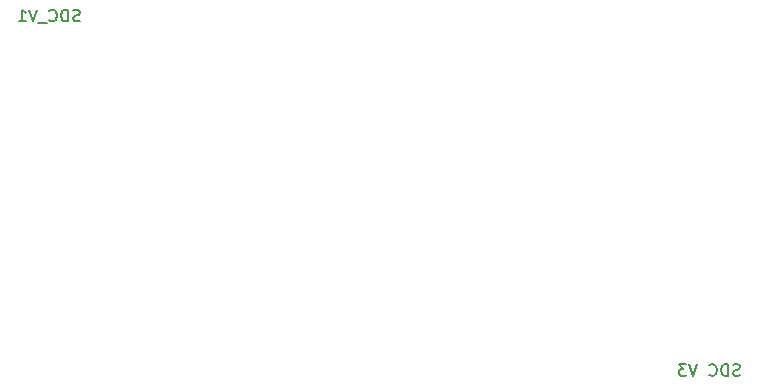
<source format=gbr>
%TF.GenerationSoftware,KiCad,Pcbnew,(6.0.8)*%
%TF.CreationDate,2022-11-19T23:49:02+04:00*%
%TF.ProjectId,panel,70616e65-6c2e-46b6-9963-61645f706362,rev?*%
%TF.SameCoordinates,Original*%
%TF.FileFunction,Legend,Bot*%
%TF.FilePolarity,Positive*%
%FSLAX46Y46*%
G04 Gerber Fmt 4.6, Leading zero omitted, Abs format (unit mm)*
G04 Created by KiCad (PCBNEW (6.0.8)) date 2022-11-19 23:49:02*
%MOMM*%
%LPD*%
G01*
G04 APERTURE LIST*
%ADD10C,0.150000*%
G04 APERTURE END LIST*
D10*
X67920928Y-68870761D02*
X67778071Y-68918380D01*
X67539976Y-68918380D01*
X67444738Y-68870761D01*
X67397119Y-68823142D01*
X67349500Y-68727904D01*
X67349500Y-68632666D01*
X67397119Y-68537428D01*
X67444738Y-68489809D01*
X67539976Y-68442190D01*
X67730452Y-68394571D01*
X67825690Y-68346952D01*
X67873309Y-68299333D01*
X67920928Y-68204095D01*
X67920928Y-68108857D01*
X67873309Y-68013619D01*
X67825690Y-67966000D01*
X67730452Y-67918380D01*
X67492357Y-67918380D01*
X67349500Y-67966000D01*
X66920928Y-68918380D02*
X66920928Y-67918380D01*
X66682833Y-67918380D01*
X66539976Y-67966000D01*
X66444738Y-68061238D01*
X66397119Y-68156476D01*
X66349500Y-68346952D01*
X66349500Y-68489809D01*
X66397119Y-68680285D01*
X66444738Y-68775523D01*
X66539976Y-68870761D01*
X66682833Y-68918380D01*
X66920928Y-68918380D01*
X65349500Y-68823142D02*
X65397119Y-68870761D01*
X65539976Y-68918380D01*
X65635214Y-68918380D01*
X65778071Y-68870761D01*
X65873309Y-68775523D01*
X65920928Y-68680285D01*
X65968547Y-68489809D01*
X65968547Y-68346952D01*
X65920928Y-68156476D01*
X65873309Y-68061238D01*
X65778071Y-67966000D01*
X65635214Y-67918380D01*
X65539976Y-67918380D01*
X65397119Y-67966000D01*
X65349500Y-68013619D01*
X65159023Y-69013619D02*
X64397119Y-69013619D01*
X64301880Y-67918380D02*
X63968547Y-68918380D01*
X63635214Y-67918380D01*
X62778071Y-68918380D02*
X63349500Y-68918380D01*
X63063785Y-68918380D02*
X63063785Y-67918380D01*
X63159023Y-68061238D01*
X63254261Y-68156476D01*
X63349500Y-68204095D01*
X123800428Y-98878761D02*
X123657571Y-98926380D01*
X123419476Y-98926380D01*
X123324238Y-98878761D01*
X123276619Y-98831142D01*
X123229000Y-98735904D01*
X123229000Y-98640666D01*
X123276619Y-98545428D01*
X123324238Y-98497809D01*
X123419476Y-98450190D01*
X123609952Y-98402571D01*
X123705190Y-98354952D01*
X123752809Y-98307333D01*
X123800428Y-98212095D01*
X123800428Y-98116857D01*
X123752809Y-98021619D01*
X123705190Y-97974000D01*
X123609952Y-97926380D01*
X123371857Y-97926380D01*
X123229000Y-97974000D01*
X122800428Y-98926380D02*
X122800428Y-97926380D01*
X122562333Y-97926380D01*
X122419476Y-97974000D01*
X122324238Y-98069238D01*
X122276619Y-98164476D01*
X122229000Y-98354952D01*
X122229000Y-98497809D01*
X122276619Y-98688285D01*
X122324238Y-98783523D01*
X122419476Y-98878761D01*
X122562333Y-98926380D01*
X122800428Y-98926380D01*
X121229000Y-98831142D02*
X121276619Y-98878761D01*
X121419476Y-98926380D01*
X121514714Y-98926380D01*
X121657571Y-98878761D01*
X121752809Y-98783523D01*
X121800428Y-98688285D01*
X121848047Y-98497809D01*
X121848047Y-98354952D01*
X121800428Y-98164476D01*
X121752809Y-98069238D01*
X121657571Y-97974000D01*
X121514714Y-97926380D01*
X121419476Y-97926380D01*
X121276619Y-97974000D01*
X121229000Y-98021619D01*
X120181380Y-97926380D02*
X119848047Y-98926380D01*
X119514714Y-97926380D01*
X119276619Y-97926380D02*
X118657571Y-97926380D01*
X118990904Y-98307333D01*
X118848047Y-98307333D01*
X118752809Y-98354952D01*
X118705190Y-98402571D01*
X118657571Y-98497809D01*
X118657571Y-98735904D01*
X118705190Y-98831142D01*
X118752809Y-98878761D01*
X118848047Y-98926380D01*
X119133761Y-98926380D01*
X119229000Y-98878761D01*
X119276619Y-98831142D01*
M02*

</source>
